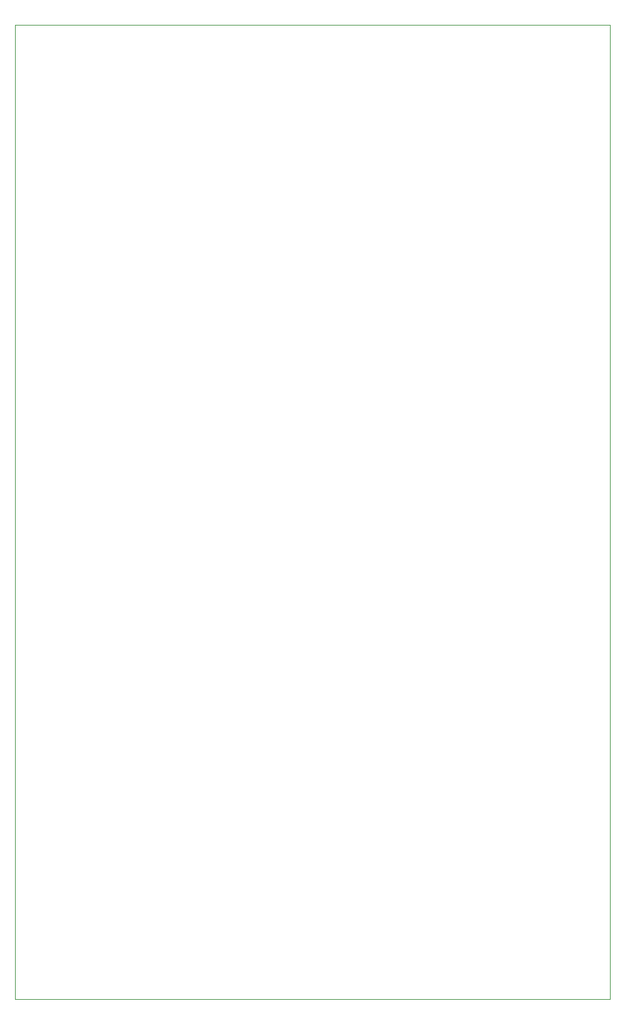
<source format=gbr>
%TF.GenerationSoftware,KiCad,Pcbnew,7.0.2*%
%TF.CreationDate,2023-09-28T02:32:06+09:00*%
%TF.ProjectId,HT-Keys-TK_PCB,48542d4b-6579-4732-9d54-4b5f5043422e,rev?*%
%TF.SameCoordinates,Original*%
%TF.FileFunction,Profile,NP*%
%FSLAX46Y46*%
G04 Gerber Fmt 4.6, Leading zero omitted, Abs format (unit mm)*
G04 Created by KiCad (PCBNEW 7.0.2) date 2023-09-28 02:32:06*
%MOMM*%
%LPD*%
G01*
G04 APERTURE LIST*
%TA.AperFunction,Profile*%
%ADD10C,0.100000*%
%TD*%
G04 APERTURE END LIST*
D10*
X70000000Y-58000000D02*
X147000000Y-58000000D01*
X147000000Y-184000000D01*
X70000000Y-184000000D01*
X70000000Y-58000000D01*
M02*

</source>
